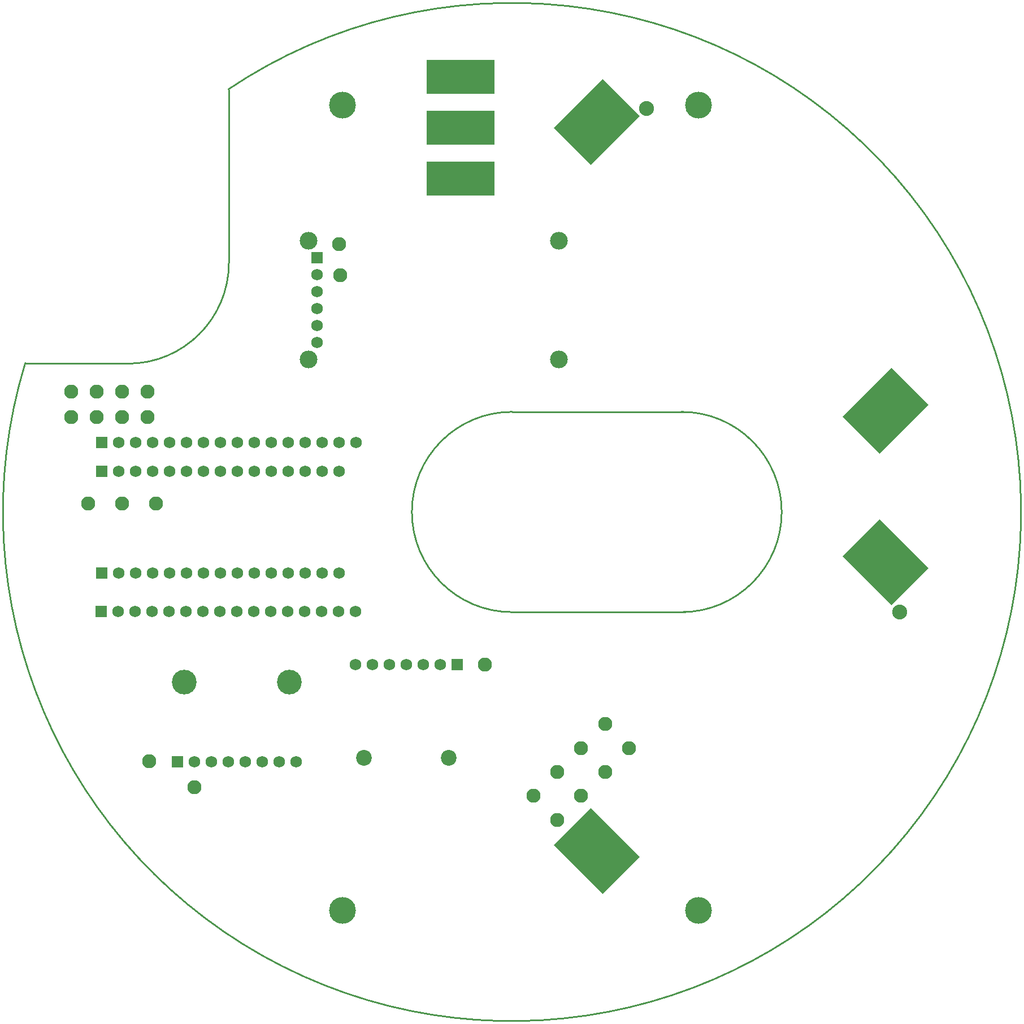
<source format=gts>
G04*
G04 #@! TF.GenerationSoftware,Altium Limited,Altium Designer,20.2.8 (258)*
G04*
G04 Layer_Color=8388736*
%FSLAX24Y24*%
%MOIN*%
G70*
G04*
G04 #@! TF.SameCoordinates,38B3CD4D-B414-478E-BCC0-3ABEE8A09775*
G04*
G04*
G04 #@! TF.FilePolarity,Negative*
G04*
G01*
G75*
%ADD10C,0.0100*%
G04:AMPARAMS|DCode=15|XSize=308mil|YSize=408mil|CornerRadius=0mil|HoleSize=0mil|Usage=FLASHONLY|Rotation=315.000|XOffset=0mil|YOffset=0mil|HoleType=Round|Shape=Rectangle|*
%AMROTATEDRECTD15*
4,1,4,-0.2531,-0.0354,0.0354,0.2531,0.2531,0.0354,-0.0354,-0.2531,-0.2531,-0.0354,0.0*
%
%ADD15ROTATEDRECTD15*%

G04:AMPARAMS|DCode=16|XSize=308mil|YSize=408mil|CornerRadius=0mil|HoleSize=0mil|Usage=FLASHONLY|Rotation=225.000|XOffset=0mil|YOffset=0mil|HoleType=Round|Shape=Rectangle|*
%AMROTATEDRECTD16*
4,1,4,-0.0354,0.2531,0.2531,-0.0354,0.0354,-0.2531,-0.2531,0.0354,-0.0354,0.2531,0.0*
%
%ADD16ROTATEDRECTD16*%

%ADD17R,0.4017X0.2049*%
%ADD18R,0.0680X0.0680*%
%ADD19C,0.0680*%
%ADD20R,0.0682X0.0682*%
%ADD21C,0.0682*%
%ADD22R,0.0680X0.0680*%
%ADD23C,0.0880*%
%ADD24C,0.1045*%
%ADD25C,0.1458*%
%ADD26C,0.0930*%
%ADD27C,0.0830*%
%ADD28C,0.1580*%
D10*
X7350Y38750D02*
G03*
X13300Y44700I0J5950D01*
G01*
X40000Y24094D02*
G03*
X40000Y35906I0J5906D01*
G01*
X30000D02*
G03*
X30000Y24094I0J-5906D01*
G01*
X1287Y38779D02*
G03*
X13276Y54936I28713J-8779D01*
G01*
X1300Y38750D02*
X7500D01*
X13306Y44700D02*
Y54900D01*
X30000Y24094D02*
X40232D01*
X30000Y35906D02*
X40232D01*
D15*
X35000Y53000D02*
D03*
X52048Y35952D02*
D03*
D16*
Y27048D02*
D03*
X35000Y10000D02*
D03*
D17*
X26950Y49650D02*
D03*
Y52650D02*
D03*
Y55650D02*
D03*
D18*
X5760Y24140D02*
D03*
X5800Y34100D02*
D03*
X10250Y15250D02*
D03*
D19*
X6760Y24140D02*
D03*
X7760D02*
D03*
X8760D02*
D03*
X9760D02*
D03*
X10760D02*
D03*
X11760D02*
D03*
X12760D02*
D03*
X13760D02*
D03*
X14760D02*
D03*
X15760D02*
D03*
X16760D02*
D03*
X17760D02*
D03*
X18760D02*
D03*
X19760D02*
D03*
X20760D02*
D03*
X6800Y34100D02*
D03*
X7800D02*
D03*
X8800D02*
D03*
X9800D02*
D03*
X10800D02*
D03*
X11800D02*
D03*
X12800D02*
D03*
X13800D02*
D03*
X14800D02*
D03*
X15800D02*
D03*
X16800D02*
D03*
X17800D02*
D03*
X18800D02*
D03*
X19800D02*
D03*
X20800D02*
D03*
X18500Y40000D02*
D03*
Y41000D02*
D03*
Y42000D02*
D03*
Y43000D02*
D03*
Y44000D02*
D03*
X11250Y15250D02*
D03*
X12250D02*
D03*
X13250D02*
D03*
X14250D02*
D03*
X15250D02*
D03*
X16250D02*
D03*
X17250D02*
D03*
X20750Y21000D02*
D03*
X21750D02*
D03*
X22750D02*
D03*
X23750D02*
D03*
X24750D02*
D03*
X25750D02*
D03*
D20*
X5800Y32400D02*
D03*
Y26400D02*
D03*
D21*
X6800Y32400D02*
D03*
X7800D02*
D03*
X8800D02*
D03*
X9800D02*
D03*
X10800D02*
D03*
X11800D02*
D03*
X12800D02*
D03*
X13800D02*
D03*
X14800D02*
D03*
X15800D02*
D03*
X16800D02*
D03*
X17800D02*
D03*
X18800D02*
D03*
X19800D02*
D03*
X6800Y26400D02*
D03*
X7800D02*
D03*
X8800D02*
D03*
X9800D02*
D03*
X10800D02*
D03*
X11800D02*
D03*
X12800D02*
D03*
X13800D02*
D03*
X14800D02*
D03*
X15800D02*
D03*
X16800D02*
D03*
X17800D02*
D03*
X18800D02*
D03*
X19800D02*
D03*
D22*
X18500Y45000D02*
D03*
X26750Y21000D02*
D03*
D23*
X37934Y53813D02*
D03*
X52862Y24114D02*
D03*
D24*
X32764Y39000D02*
D03*
Y46000D02*
D03*
X18000D02*
D03*
Y39000D02*
D03*
D25*
X10650Y19950D02*
D03*
X16850D02*
D03*
D26*
X26250Y15500D02*
D03*
X21250D02*
D03*
D27*
X11250Y13750D02*
D03*
X19875Y43975D02*
D03*
X19800Y45800D02*
D03*
X8600Y15300D02*
D03*
X28400Y21000D02*
D03*
X5500Y35600D02*
D03*
X8500D02*
D03*
X5500Y37100D02*
D03*
X8500D02*
D03*
X4000Y35600D02*
D03*
X7000D02*
D03*
X4000Y37100D02*
D03*
X7000D02*
D03*
Y30500D02*
D03*
X9000D02*
D03*
X5000D02*
D03*
X35493Y17493D02*
D03*
X34078Y16078D02*
D03*
Y13250D02*
D03*
X36907Y16078D02*
D03*
X35493Y14664D02*
D03*
X32664Y11836D02*
D03*
X31250Y13250D02*
D03*
X32664Y14664D02*
D03*
D28*
X20000Y6500D02*
D03*
X41000D02*
D03*
Y54000D02*
D03*
X20000D02*
D03*
M02*

</source>
